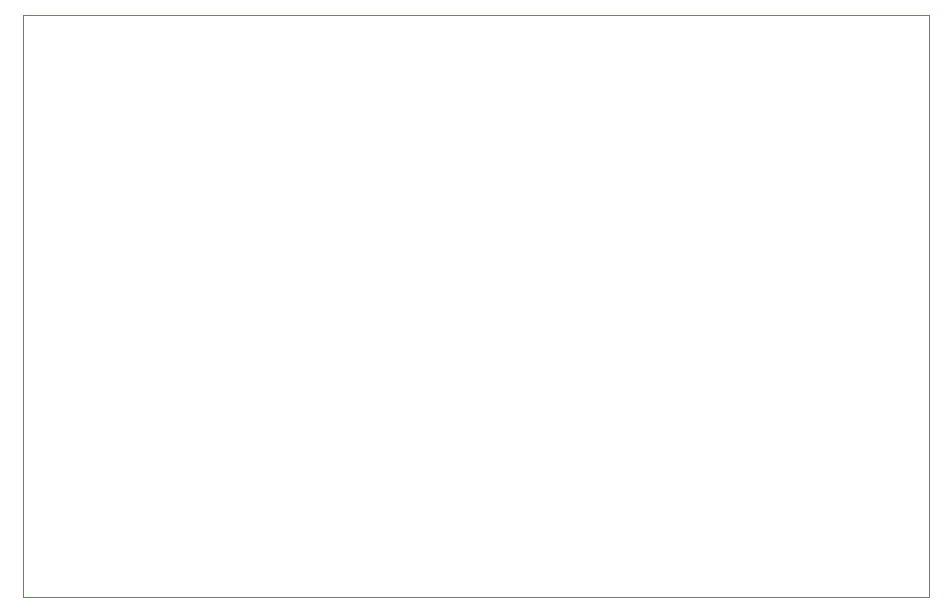
<source format=gbr>
%TF.GenerationSoftware,KiCad,Pcbnew,(5.1.9)-1*%
%TF.CreationDate,2021-11-30T23:52:58-06:00*%
%TF.ProjectId,Discrete_Channel,44697363-7265-4746-955f-4368616e6e65,rev?*%
%TF.SameCoordinates,Original*%
%TF.FileFunction,Profile,NP*%
%FSLAX46Y46*%
G04 Gerber Fmt 4.6, Leading zero omitted, Abs format (unit mm)*
G04 Created by KiCad (PCBNEW (5.1.9)-1) date 2021-11-30 23:52:58*
%MOMM*%
%LPD*%
G01*
G04 APERTURE LIST*
%TA.AperFunction,Profile*%
%ADD10C,0.050000*%
%TD*%
G04 APERTURE END LIST*
D10*
X113665000Y-112649000D02*
X113665000Y-112522000D01*
X114935000Y-112649000D02*
X113665000Y-112649000D01*
X190373000Y-63373000D02*
X190373000Y-63627000D01*
X113665000Y-63373000D02*
X190373000Y-63373000D01*
X113665000Y-112522000D02*
X113665000Y-63373000D01*
X190373000Y-112649000D02*
X114935000Y-112649000D01*
X190373000Y-63627000D02*
X190373000Y-112649000D01*
M02*

</source>
